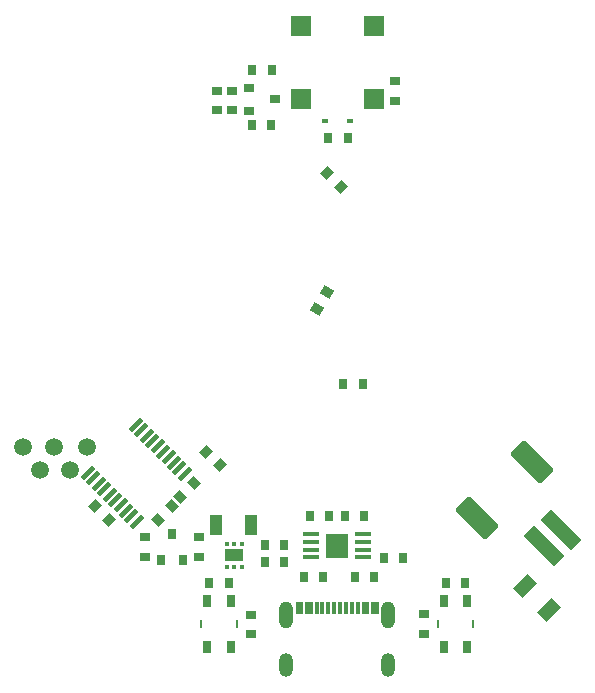
<source format=gbs>
G04 #@! TF.GenerationSoftware,KiCad,Pcbnew,9.0.5*
G04 #@! TF.CreationDate,2025-11-30T01:11:54+01:00*
G04 #@! TF.ProjectId,xmasCrystalBall,786d6173-4372-4797-9374-616c42616c6c,rev?*
G04 #@! TF.SameCoordinates,Original*
G04 #@! TF.FileFunction,Soldermask,Bot*
G04 #@! TF.FilePolarity,Negative*
%FSLAX46Y46*%
G04 Gerber Fmt 4.6, Leading zero omitted, Abs format (unit mm)*
G04 Created by KiCad (PCBNEW 9.0.5) date 2025-11-30 01:11:54*
%MOMM*%
%LPD*%
G01*
G04 APERTURE LIST*
G04 Aperture macros list*
%AMRoundRect*
0 Rectangle with rounded corners*
0 $1 Rounding radius*
0 $2 $3 $4 $5 $6 $7 $8 $9 X,Y pos of 4 corners*
0 Add a 4 corners polygon primitive as box body*
4,1,4,$2,$3,$4,$5,$6,$7,$8,$9,$2,$3,0*
0 Add four circle primitives for the rounded corners*
1,1,$1+$1,$2,$3*
1,1,$1+$1,$4,$5*
1,1,$1+$1,$6,$7*
1,1,$1+$1,$8,$9*
0 Add four rect primitives between the rounded corners*
20,1,$1+$1,$2,$3,$4,$5,0*
20,1,$1+$1,$4,$5,$6,$7,0*
20,1,$1+$1,$6,$7,$8,$9,0*
20,1,$1+$1,$8,$9,$2,$3,0*%
%AMRotRect*
0 Rectangle, with rotation*
0 The origin of the aperture is its center*
0 $1 length*
0 $2 width*
0 $3 Rotation angle, in degrees counterclockwise*
0 Add horizontal line*
21,1,$1,$2,0,0,$3*%
G04 Aperture macros list end*
%ADD10C,1.500000*%
%ADD11RotRect,0.800000X0.950000X135.000000*%
%ADD12R,0.800000X0.950000*%
%ADD13R,0.800000X0.900000*%
%ADD14RoundRect,0.102000X-0.883883X1.590990X-1.590990X0.883883X0.883883X-1.590990X1.590990X-0.883883X0*%
%ADD15RoundRect,0.102000X-0.671751X1.732412X-1.732412X0.671751X0.671751X-1.732412X1.732412X-0.671751X0*%
%ADD16RotRect,1.350000X0.400000X45.000000*%
%ADD17R,0.950000X0.800000*%
%ADD18RotRect,0.800000X0.950000X315.000000*%
%ADD19R,1.125000X1.750000*%
%ADD20RotRect,1.125000X1.750000X135.000000*%
%ADD21R,0.590000X0.450000*%
%ADD22C,0.100000*%
%ADD23R,0.300000X1.140000*%
%ADD24O,1.200000X2.000000*%
%ADD25O,1.200000X2.300000*%
%ADD26RotRect,0.800000X0.950000X225.000000*%
%ADD27R,1.400000X0.450000*%
%ADD28R,1.880000X2.000000*%
%ADD29R,0.700000X1.100000*%
%ADD30R,0.250000X0.700000*%
%ADD31R,0.300000X0.450000*%
%ADD32R,1.600000X1.000000*%
%ADD33R,0.900000X0.800000*%
%ADD34RotRect,0.800000X0.950000X60.000000*%
%ADD35R,1.800000X1.800000*%
G04 APERTURE END LIST*
D10*
X119850000Y-104200000D03*
X121250000Y-106200000D03*
D11*
X144133363Y-82183363D03*
X142966637Y-81016637D03*
D12*
X149450000Y-113650000D03*
X147800000Y-113650000D03*
X137725000Y-114000000D03*
X139375000Y-114000000D03*
D13*
X130800000Y-113800000D03*
X129850000Y-111600000D03*
X128900000Y-113800000D03*
D10*
X118650000Y-106200000D03*
D14*
X161374406Y-112638620D03*
X162788620Y-111224406D03*
D15*
X160384457Y-105496841D03*
X155646841Y-110234457D03*
D16*
X126885355Y-110551219D03*
X126425736Y-110091600D03*
X125966117Y-109631981D03*
X125506497Y-109172361D03*
X125046878Y-108712742D03*
X124587258Y-108253122D03*
X124127639Y-107793503D03*
X123668019Y-107333883D03*
X123208400Y-106874264D03*
X122748781Y-106414645D03*
X126814645Y-102348781D03*
X127274264Y-102808400D03*
X127733883Y-103268019D03*
X128193503Y-103727639D03*
X128653122Y-104187258D03*
X129112742Y-104646878D03*
X129572361Y-105106497D03*
X130031981Y-105566117D03*
X130491600Y-106025736D03*
X130951219Y-106485355D03*
D17*
X127600000Y-113525000D03*
X127600000Y-111875000D03*
D12*
X141525000Y-110100000D03*
X143175000Y-110100000D03*
D18*
X132766637Y-104616637D03*
X133933363Y-105783363D03*
D19*
X136512500Y-110800000D03*
X133587500Y-110800000D03*
D10*
X122650000Y-104200000D03*
D12*
X136675000Y-72300000D03*
X138325000Y-72300000D03*
D20*
X161784144Y-118034144D03*
X159715856Y-115965856D03*
D21*
X142845000Y-76600000D03*
X144955000Y-76600000D03*
D17*
X151200000Y-118375000D03*
X151200000Y-120025000D03*
D22*
X146740000Y-118960000D03*
X140960000Y-118960000D03*
D23*
X147200000Y-117890000D03*
X146400000Y-117890000D03*
X145100000Y-117890000D03*
X144100000Y-117890000D03*
X143600000Y-117890000D03*
X142600000Y-117890000D03*
X141300000Y-117890000D03*
X140500000Y-117890000D03*
X140800000Y-117890000D03*
X141600000Y-117890000D03*
X142100000Y-117890000D03*
X143100000Y-117890000D03*
X144600000Y-117890000D03*
X145600000Y-117890000D03*
X146100000Y-117890000D03*
X146900000Y-117890000D03*
D24*
X148175000Y-122660000D03*
D25*
X148175000Y-118480000D03*
D24*
X139525000Y-122660000D03*
D25*
X139525000Y-118480000D03*
D12*
X138250000Y-77000000D03*
X136600000Y-77000000D03*
D17*
X136550000Y-118425000D03*
X136550000Y-120075000D03*
D26*
X131733363Y-107316637D03*
X130566637Y-108483363D03*
D17*
X133650000Y-75725000D03*
X133650000Y-74075000D03*
D18*
X123366637Y-109216637D03*
X124533363Y-110383363D03*
D27*
X141650000Y-113575000D03*
X141650000Y-112925000D03*
X141650000Y-112275000D03*
X141650000Y-111625000D03*
X146050000Y-111625000D03*
X146050000Y-112275000D03*
X146050000Y-112925000D03*
X146050000Y-113575000D03*
D28*
X143850000Y-112600000D03*
D17*
X148750000Y-73275000D03*
X148750000Y-74925000D03*
D29*
X132850000Y-117250000D03*
X132850000Y-121150000D03*
X134850000Y-117250000D03*
X134850000Y-121150000D03*
D30*
X135350000Y-119200000D03*
X132350000Y-119200000D03*
D31*
X134500000Y-112425000D03*
X135150000Y-112425000D03*
X135800000Y-112425000D03*
X135800000Y-114375000D03*
X135150000Y-114375000D03*
X134500000Y-114375000D03*
D32*
X135150000Y-113400000D03*
D26*
X129833363Y-109216637D03*
X128666637Y-110383363D03*
D12*
X137725000Y-112500000D03*
X139375000Y-112500000D03*
D33*
X136350000Y-75750000D03*
X138550000Y-74800000D03*
X136350000Y-73850000D03*
D12*
X133025000Y-115750000D03*
X134675000Y-115750000D03*
X153025000Y-115750000D03*
X154675000Y-115750000D03*
X144487000Y-110096500D03*
X146137000Y-110096500D03*
D17*
X132150000Y-113525000D03*
X132150000Y-111875000D03*
X134950000Y-75725000D03*
X134950000Y-74075000D03*
D29*
X154850000Y-121150000D03*
X154850000Y-117250000D03*
X152850000Y-121150000D03*
X152850000Y-117250000D03*
D30*
X152350000Y-119200000D03*
X155350000Y-119200000D03*
D12*
X144350000Y-98900000D03*
X146000000Y-98900000D03*
X141025000Y-115200000D03*
X142675000Y-115200000D03*
D34*
X142137500Y-92514471D03*
X142962500Y-91085529D03*
D10*
X117250000Y-104200000D03*
D35*
X146925000Y-74775000D03*
X140775000Y-74775000D03*
X140775000Y-68625000D03*
X146925000Y-68625000D03*
D12*
X146975000Y-115200000D03*
X145325000Y-115200000D03*
X143075000Y-78100000D03*
X144725000Y-78100000D03*
M02*

</source>
